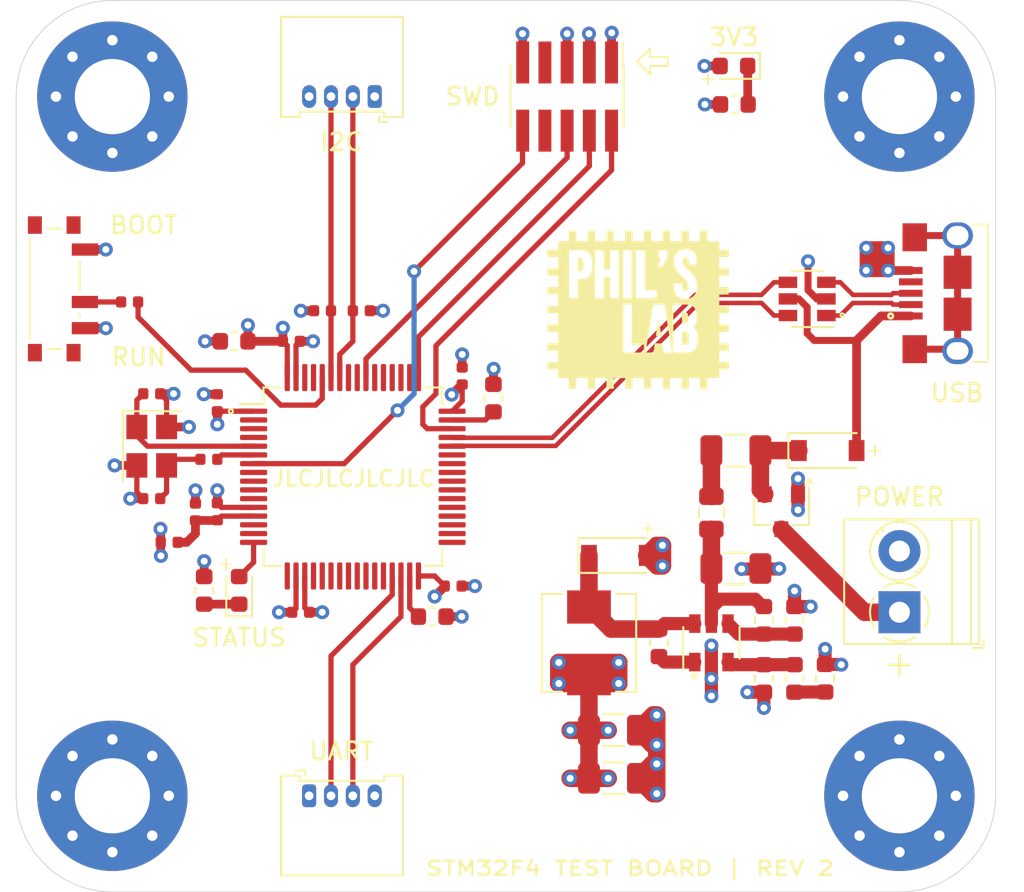
<source format=kicad_pcb>
(kicad_pcb (version 20171130) (host pcbnew "(5.1.6)-1")
  (layers (0 F.Cu signal) (1 In1.Cu power) (2 In2.Cu power) (31 B.Cu signal) (34 B.Paste user) (35 F.Paste user) (36 B.SilkS user) (37 F.SilkS user) (38 B.Mask user) (39 F.Mask user) (44 Edge.Cuts user))
  (net 0 "")
  (net 1 BUCK_IN)
  (net 2 GND)
  (net 3 +3V3)
  (net 4 BUCK_SW)
  (net 5 BUCK_BST)
  (net 6 +3.3VA)
  (net 7 "Net-(C13-Pad1)")
  (net 8 "Net-(C14-Pad1)")
  (net 9 HSE_IN)
  (net 10 "Net-(C16-Pad1)")
  (net 11 +5V)
  (net 12 "Net-(D1-Pad1)")
  (net 13 "Net-(D3-Pad1)")
  (net 14 "Net-(D4-Pad1)")
  (net 15 LED_STATUS)
  (net 16 "Net-(F1-Pad1)")
  (net 17 +12V)
  (net 18 SWDIO)
  (net 19 SWCLK)
  (net 20 SWO)
  (net 21 "Net-(J2-Pad7)")
  (net 22 "Net-(J2-Pad8)")
  (net 23 NRST)
  (net 24 I2C1_SDA)
  (net 25 I2C1_SCL)
  (net 26 USART3_TX)
  (net 27 USART3_RX)
  (net 28 USB_CONN_D-)
  (net 29 USB_CONN_D+)
  (net 30 "Net-(J5-Pad4)")
  (net 31 "Net-(J5-Pad6)")
  (net 32 BUCK_EN)
  (net 33 BUCK_FB)
  (net 34 "Net-(R4-Pad2)")
  (net 35 BOOT0)
  (net 36 "Net-(R7-Pad1)")
  (net 37 HSE_OUT)
  (net 38 "Net-(U2-Pad2)")
  (net 39 "Net-(U2-Pad3)")
  (net 40 "Net-(U2-Pad4)")
  (net 41 "Net-(U2-Pad8)")
  (net 42 "Net-(U2-Pad9)")
  (net 43 "Net-(U2-Pad10)")
  (net 44 "Net-(U2-Pad11)")
  (net 45 "Net-(U2-Pad14)")
  (net 46 "Net-(U2-Pad15)")
  (net 47 "Net-(U2-Pad17)")
  (net 48 "Net-(U2-Pad20)")
  (net 49 "Net-(U2-Pad21)")
  (net 50 "Net-(U2-Pad22)")
  (net 51 "Net-(U2-Pad23)")
  (net 52 "Net-(U2-Pad24)")
  (net 53 "Net-(U2-Pad25)")
  (net 54 "Net-(U2-Pad26)")
  (net 55 "Net-(U2-Pad27)")
  (net 56 "Net-(U2-Pad28)")
  (net 57 "Net-(U2-Pad33)")
  (net 58 "Net-(U2-Pad34)")
  (net 59 "Net-(U2-Pad35)")
  (net 60 "Net-(U2-Pad36)")
  (net 61 "Net-(U2-Pad37)")
  (net 62 "Net-(U2-Pad38)")
  (net 63 "Net-(U2-Pad39)")
  (net 64 "Net-(U2-Pad40)")
  (net 65 "Net-(U2-Pad41)")
  (net 66 "Net-(U2-Pad42)")
  (net 67 "Net-(U2-Pad43)")
  (net 68 USB_D-)
  (net 69 USB_D+)
  (net 70 "Net-(U2-Pad50)")
  (net 71 "Net-(U2-Pad51)")
  (net 72 "Net-(U2-Pad52)")
  (net 73 "Net-(U2-Pad53)")
  (net 74 "Net-(U2-Pad54)")
  (net 75 "Net-(U2-Pad56)")
  (net 76 "Net-(U2-Pad57)")
  (net 77 "Net-(U2-Pad61)")
  (net 78 "Net-(U2-Pad62)")
  (module SchmillipKiCADLibrary:JLCPCB_MountingHole_1.152mm (layer F.Cu) (at 75.25 81)
    (fp_text reference REF**)
    (fp_text value MountingHole_1.152mm)
    (pad "" np_thru_hole circle (at 0 0) (size 1.152 1.152) (drill 1.152) (layers *.Cu *.Mask))
  )
  (module SchmillipKiCADLibrary:JLCPCB_MountingHole_1.152mm (layer F.Cu) (at 75.25 41)
    (fp_text reference REF**)
    (fp_text value MountingHole_1.152mm)
    (pad "" np_thru_hole circle (at 0 0) (size 1.152 1.152) (drill 1.152) (layers *.Cu *.Mask))
  )
  (module SchmillipKiCADLibrary:JLCPCB_MountingHole_1.152mm (layer F.Cu) (at 42.5 41)
    (fp_text reference REF**)
    (fp_text value MountingHole_1.152mm)
    (pad "" np_thru_hole circle (at 0 0) (size 1.152 1.152) (drill 1.152) (layers *.Cu *.Mask))
  )
  (module SchmillipKiCADLibrary:Silk_PhilsLabIC (layer F.Cu) (at 66.4 53.15)
    (fp_text reference G*** hide)
    (fp_text value LOGO hide)
  )
  (module Button_Switch_SMD:SW_SPDT_PCM12 (layer F.Cu) (at 33.25 52 270)
    (fp_text reference SW1)
    (fp_text value SW_SPDT)
    (pad "" np_thru_hole circle (at -1.5 0.33 270) (size 0.9 0.9) (drill 0.9) (layers *.Cu *.Mask))
    (pad "" np_thru_hole circle (at 1.5 0.33 270) (size 0.9 0.9) (drill 0.9) (layers *.Cu *.Mask))
    (pad 1 smd rect (at -2.25 -1.43 270) (size 0.7 1.5) (layers F.Cu F.Paste F.Mask) (net 3 +3V3))
    (pad 2 smd rect (at 0.75 -1.43 270) (size 0.7 1.5) (layers F.Cu F.Paste F.Mask) (net 36 "Net-(R7-Pad1)"))
    (pad 3 smd rect (at 2.25 -1.43 270) (size 0.7 1.5) (layers F.Cu F.Paste F.Mask) (net 2 GND))
    (pad "" smd rect (at -3.65 1.43 270) (size 1 0.8) (layers F.Cu F.Paste F.Mask))
    (pad "" smd rect (at 3.65 1.43 270) (size 1 0.8) (layers F.Cu F.Paste F.Mask))
    (pad "" smd rect (at 3.65 -0.78 270) (size 1 0.8) (layers F.Cu F.Paste F.Mask))
    (pad "" smd rect (at -3.65 -0.78 270) (size 1 0.8) (layers F.Cu F.Paste F.Mask))
  )
  (module Connector_PinHeader_1.27mm:PinHeader_2x05_P1.27mm_Vertical_SMD (layer F.Cu) (at 62.25 41 270)
    (fp_text reference J2)
    (fp_text value SWD)
    (pad 10 smd rect (at 1.95 2.54 270) (size 2.4 0.74) (layers F.Cu F.Paste F.Mask) (net 23 NRST))
    (pad 9 smd rect (at -1.95 2.54 270) (size 2.4 0.74) (layers F.Cu F.Paste F.Mask) (net 2 GND))
    (pad 8 smd rect (at 1.95 1.27 270) (size 2.4 0.74) (layers F.Cu F.Paste F.Mask) (net 22 "Net-(J2-Pad8)"))
    (pad 7 smd rect (at -1.95 1.27 270) (size 2.4 0.74) (layers F.Cu F.Paste F.Mask) (net 21 "Net-(J2-Pad7)"))
    (pad 6 smd rect (at 1.95 0 270) (size 2.4 0.74) (layers F.Cu F.Paste F.Mask) (net 20 SWO))
    (pad 5 smd rect (at -1.95 0 270) (size 2.4 0.74) (layers F.Cu F.Paste F.Mask) (net 2 GND))
    (pad 4 smd rect (at 1.95 -1.27 270) (size 2.4 0.74) (layers F.Cu F.Paste F.Mask) (net 19 SWCLK))
    (pad 3 smd rect (at -1.95 -1.27 270) (size 2.4 0.74) (layers F.Cu F.Paste F.Mask) (net 2 GND))
    (pad 2 smd rect (at 1.95 -2.54 270) (size 2.4 0.74) (layers F.Cu F.Paste F.Mask) (net 18 SWDIO))
    (pad 1 smd rect (at -1.95 -2.54 270) (size 2.4 0.74) (layers F.Cu F.Paste F.Mask) (net 3 +3V3))
  )
  (module Capacitor_SMD:C_1206_3216Metric (layer F.Cu) (at 71.9 68)
    (fp_text reference C1)
    (fp_text value 10u)
    (pad 1 smd roundrect (at -1.4 0) (size 1.25 1.75) (layers F.Cu F.Paste F.Mask) (roundrect_rratio 0.2) (net 1 BUCK_IN))
    (pad 2 smd roundrect (at 1.4 0) (size 1.25 1.75) (layers F.Cu F.Paste F.Mask) (roundrect_rratio 0.2) (net 2 GND))
  )
  (module Capacitor_SMD:C_1206_3216Metric (layer F.Cu) (at 64.9 77.25)
    (fp_text reference C2)
    (fp_text value 10u)
    (pad 1 smd roundrect (at -1.4 0) (size 1.25 1.75) (layers F.Cu F.Paste F.Mask) (roundrect_rratio 0.2) (net 3 +3V3))
    (pad 2 smd roundrect (at 1.4 0) (size 1.25 1.75) (layers F.Cu F.Paste F.Mask) (roundrect_rratio 0.2) (net 2 GND))
  )
  (module Capacitor_SMD:C_1206_3216Metric (layer F.Cu) (at 64.9 80)
    (fp_text reference C3)
    (fp_text value 10u)
    (pad 2 smd roundrect (at 1.4 0) (size 1.25 1.75) (layers F.Cu F.Paste F.Mask) (roundrect_rratio 0.2) (net 2 GND))
    (pad 1 smd roundrect (at -1.4 0) (size 1.25 1.75) (layers F.Cu F.Paste F.Mask) (roundrect_rratio 0.2) (net 3 +3V3))
  )
  (module Capacitor_SMD:C_0603_1608Metric (layer F.Cu) (at 67.5 72.25 270)
    (fp_text reference C4)
    (fp_text value 10n)
    (pad 1 smd roundrect (at -0.7875 0 270) (size 0.875 0.95) (layers F.Cu F.Paste F.Mask) (net 4 BUCK_SW))
    (pad 2 smd roundrect (at 0.7875 0 270) (size 0.875 0.95) (layers F.Cu F.Paste F.Mask) (net 5 BUCK_BST))
  )
  (module Capacitor_SMD:C_0603_1608Metric (layer F.Cu) (at 43.2125 55 180)
    (fp_text reference C5)
    (fp_text value 4u7)
    (pad 2 smd roundrect (at 0.7875 0 180) (size 0.875 0.95) (layers F.Cu F.Paste F.Mask) (net 2 GND))
    (pad 1 smd roundrect (at -0.7875 0 180) (size 0.875 0.95) (layers F.Cu F.Paste F.Mask) (net 3 +3V3))
  )
  (module Capacitor_SMD:C_0402_1005Metric (layer F.Cu) (at 42.25 58.515 90)
    (fp_text reference C6)
    (fp_text value 100n)
    (pad 2 smd roundrect (at 0.485 0 90) (size 0.59 0.64) (layers F.Cu F.Paste F.Mask) (net 2 GND))
    (pad 1 smd roundrect (at -0.485 0 90) (size 0.59 0.64) (layers F.Cu F.Paste F.Mask) (net 3 +3V3))
  )
  (module Capacitor_SMD:C_0402_1005Metric (layer F.Cu) (at 47.015 70.5 180)
    (fp_text reference C7)
    (fp_text value 100n)
    (pad 1 smd roundrect (at -0.485 0 180) (size 0.59 0.64) (layers F.Cu F.Paste F.Mask) (net 3 +3V3))
    (pad 2 smd roundrect (at 0.485 0 180) (size 0.59 0.64) (layers F.Cu F.Paste F.Mask) (net 2 GND))
  )
  (module Capacitor_SMD:C_0402_1005Metric (layer F.Cu) (at 55.735 69)
    (fp_text reference C8)
    (fp_text value 100n)
    (pad 2 smd roundrect (at 0.485 0) (size 0.59 0.64) (layers F.Cu F.Paste F.Mask) (net 2 GND))
    (pad 1 smd roundrect (at -0.485 0) (size 0.59 0.64) (layers F.Cu F.Paste F.Mask) (net 3 +3V3))
  )
  (module Capacitor_SMD:C_0402_1005Metric (layer F.Cu) (at 56.25 56.985 90)
    (fp_text reference C9)
    (fp_text value 100n)
    (pad 1 smd roundrect (at -0.485 0 90) (size 0.59 0.64) (layers F.Cu F.Paste F.Mask) (net 3 +3V3))
    (pad 2 smd roundrect (at 0.485 0 90) (size 0.59 0.64) (layers F.Cu F.Paste F.Mask) (net 2 GND))
  )
  (module Capacitor_SMD:C_0402_1005Metric (layer F.Cu) (at 46.485 55)
    (fp_text reference C10)
    (fp_text value 100n)
    (pad 2 smd roundrect (at 0.485 0) (size 0.59 0.64) (layers F.Cu F.Paste F.Mask) (net 2 GND))
    (pad 1 smd roundrect (at -0.485 0) (size 0.59 0.64) (layers F.Cu F.Paste F.Mask) (net 3 +3V3))
  )
  (module Capacitor_SMD:C_0402_1005Metric (layer F.Cu) (at 41 64.765 90)
    (fp_text reference C11)
    (fp_text value 1u)
    (pad 1 smd roundrect (at -0.485 0 90) (size 0.59 0.64) (layers F.Cu F.Paste F.Mask) (net 6 +3.3VA))
    (pad 2 smd roundrect (at 0.485 0 90) (size 0.59 0.64) (layers F.Cu F.Paste F.Mask) (net 2 GND))
  )
  (module Capacitor_SMD:C_0402_1005Metric (layer F.Cu) (at 42.25 64.75 90)
    (fp_text reference C12)
    (fp_text value 10n)
    (pad 1 smd roundrect (at -0.485 0 90) (size 0.59 0.64) (layers F.Cu F.Paste F.Mask) (net 6 +3.3VA))
    (pad 2 smd roundrect (at 0.485 0 90) (size 0.59 0.64) (layers F.Cu F.Paste F.Mask) (net 2 GND))
  )
  (module Capacitor_SMD:C_0603_1608Metric (layer F.Cu) (at 54.5375 70.75)
    (fp_text reference C13)
    (fp_text value 2u2)
    (pad 1 smd roundrect (at -0.7875 0) (size 0.875 0.95) (layers F.Cu F.Paste F.Mask) (net 7 "Net-(C13-Pad1)"))
    (pad 2 smd roundrect (at 0.7875 0) (size 0.875 0.95) (layers F.Cu F.Paste F.Mask) (net 2 GND))
  )
  (module Capacitor_SMD:C_0603_1608Metric (layer F.Cu) (at 58.0375 58.25 90)
    (fp_text reference C14)
    (fp_text value 2u2)
    (pad 2 smd roundrect (at 0.7875 0 90) (size 0.875 0.95) (layers F.Cu F.Paste F.Mask) (net 2 GND))
    (pad 1 smd roundrect (at -0.7875 0 90) (size 0.875 0.95) (layers F.Cu F.Paste F.Mask) (net 8 "Net-(C14-Pad1)"))
  )
  (module Capacitor_SMD:C_0402_1005Metric (layer F.Cu) (at 38.5 58)
    (fp_text reference C15)
    (fp_text value 12p)
    (pad 2 smd roundrect (at 0.485 0) (size 0.59 0.64) (layers F.Cu F.Paste F.Mask) (net 2 GND))
    (pad 1 smd roundrect (at -0.485 0) (size 0.59 0.64) (layers F.Cu F.Paste F.Mask) (net 9 HSE_IN))
  )
  (module Capacitor_SMD:C_0402_1005Metric (layer F.Cu) (at 38.5 64 180)
    (fp_text reference C16)
    (fp_text value 12p)
    (pad 1 smd roundrect (at -0.485 0 180) (size 0.59 0.64) (layers F.Cu F.Paste F.Mask) (net 10 "Net-(C16-Pad1)"))
    (pad 2 smd roundrect (at 0.485 0 180) (size 0.59 0.64) (layers F.Cu F.Paste F.Mask) (net 2 GND))
  )
  (module Diode_SMD:D_SOD-123 (layer F.Cu) (at 77.15 61.25)
    (fp_text reference D1)
    (fp_text value B5819W)
    (pad 2 smd rect (at 1.65 0) (size 0.9 1.2) (layers F.Cu F.Paste F.Mask) (net 11 +5V))
    (pad 1 smd rect (at -1.65 0) (size 0.9 1.2) (layers F.Cu F.Paste F.Mask) (net 12 "Net-(D1-Pad1)"))
  )
  (module Diode_SMD:D_SOD-123 (layer F.Cu) (at 65.15 67.25)
    (fp_text reference D2)
    (fp_text value B5819W)
    (pad 1 smd rect (at -1.65 0) (size 0.9 1.2) (layers F.Cu F.Paste F.Mask) (net 4 BUCK_SW))
    (pad 2 smd rect (at 1.65 0) (size 0.9 1.2) (layers F.Cu F.Paste F.Mask) (net 2 GND))
  )
  (module LED_SMD:LED_0603_1608Metric (layer F.Cu) (at 71.7875 39.25 180)
    (fp_text reference D3)
    (fp_text value RED)
    (pad 2 smd roundrect (at 0.7875 0 180) (size 0.875 0.95) (layers F.Cu F.Paste F.Mask) (net 3 +3V3))
    (pad 1 smd roundrect (at -0.7875 0 180) (size 0.875 0.95) (layers F.Cu F.Paste F.Mask) (net 13 "Net-(D3-Pad1)"))
  )
  (module LED_SMD:LED_0603_1608Metric (layer F.Cu) (at 43.5 69.25 90)
    (fp_text reference D4)
    (fp_text value BLUE)
    (pad 1 smd roundrect (at -0.7875 0 90) (size 0.875 0.95) (layers F.Cu F.Paste F.Mask) (net 14 "Net-(D4-Pad1)"))
    (pad 2 smd roundrect (at 0.7875 0 90) (size 0.875 0.95) (layers F.Cu F.Paste F.Mask) (net 15 LED_STATUS))
  )
  (module Fuse:Fuse_1206_3216Metric (layer F.Cu) (at 71.9 61.25)
    (fp_text reference F1)
    (fp_text value 250mA)
    (pad 1 smd roundrect (at -1.4 0) (size 1.25 1.75) (layers F.Cu F.Paste F.Mask) (roundrect_rratio 0.2) (net 16 "Net-(F1-Pad1)"))
    (pad 2 smd roundrect (at 1.4 0) (size 1.25 1.75) (layers F.Cu F.Paste F.Mask) (roundrect_rratio 0.2) (net 12 "Net-(D1-Pad1)"))
  )
  (module Inductor_SMD:L_0805_2012Metric (layer F.Cu) (at 70.5 64.8125 90)
    (fp_text reference FB1)
    (fp_text value "600 @ 600MHz")
    (pad 1 smd roundrect (at -0.9375 0 90) (size 0.975 1.4) (layers F.Cu F.Paste F.Mask) (net 1 BUCK_IN))
    (pad 2 smd roundrect (at 0.9375 0 90) (size 0.975 1.4) (layers F.Cu F.Paste F.Mask) (net 16 "Net-(F1-Pad1)"))
  )
  (module MountingHole:MountingHole_4.3mm_M4_Pad_Via (layer F.Cu) (at 81.25 41)
    (fp_text reference H1)
    (fp_text value MountingHole_Pad)
    (pad 1 thru_hole circle (at 0 0) (size 8.6 8.6) (drill 4.3) (layers *.Cu *.Mask) (net 2 GND))
    (pad 1 thru_hole circle (at 3.225 0) (size 0.9 0.9) (drill 0.6) (layers *.Cu *.Mask) (net 2 GND))
    (pad 1 thru_hole circle (at 2.280419 2.280419) (size 0.9 0.9) (drill 0.6) (layers *.Cu *.Mask) (net 2 GND))
    (pad 1 thru_hole circle (at 0 3.225) (size 0.9 0.9) (drill 0.6) (layers *.Cu *.Mask) (net 2 GND))
    (pad 1 thru_hole circle (at -2.280419 2.280419) (size 0.9 0.9) (drill 0.6) (layers *.Cu *.Mask) (net 2 GND))
    (pad 1 thru_hole circle (at -3.225 0) (size 0.9 0.9) (drill 0.6) (layers *.Cu *.Mask) (net 2 GND))
    (pad 1 thru_hole circle (at -2.280419 -2.280419) (size 0.9 0.9) (drill 0.6) (layers *.Cu *.Mask) (net 2 GND))
    (pad 1 thru_hole circle (at 0 -3.225) (size 0.9 0.9) (drill 0.6) (layers *.Cu *.Mask) (net 2 GND))
    (pad 1 thru_hole circle (at 2.280419 -2.280419) (size 0.9 0.9) (drill 0.6) (layers *.Cu *.Mask) (net 2 GND))
  )
  (module MountingHole:MountingHole_4.3mm_M4_Pad_Via (layer F.Cu) (at 81.25 81)
    (fp_text reference H2)
    (fp_text value MountingHole_Pad)
    (pad 1 thru_hole circle (at 2.280419 -2.280419) (size 0.9 0.9) (drill 0.6) (layers *.Cu *.Mask) (net 2 GND))
    (pad 1 thru_hole circle (at 0 -3.225) (size 0.9 0.9) (drill 0.6) (layers *.Cu *.Mask) (net 2 GND))
    (pad 1 thru_hole circle (at -2.280419 -2.280419) (size 0.9 0.9) (drill 0.6) (layers *.Cu *.Mask) (net 2 GND))
    (pad 1 thru_hole circle (at -3.225 0) (size 0.9 0.9) (drill 0.6) (layers *.Cu *.Mask) (net 2 GND))
    (pad 1 thru_hole circle (at -2.280419 2.280419) (size 0.9 0.9) (drill 0.6) (layers *.Cu *.Mask) (net 2 GND))
    (pad 1 thru_hole circle (at 0 3.225) (size 0.9 0.9) (drill 0.6) (layers *.Cu *.Mask) (net 2 GND))
    (pad 1 thru_hole circle (at 2.280419 2.280419) (size 0.9 0.9) (drill 0.6) (layers *.Cu *.Mask) (net 2 GND))
    (pad 1 thru_hole circle (at 3.225 0) (size 0.9 0.9) (drill 0.6) (layers *.Cu *.Mask) (net 2 GND))
    (pad 1 thru_hole circle (at 0 0) (size 8.6 8.6) (drill 4.3) (layers *.Cu *.Mask) (net 2 GND))
  )
  (module MountingHole:MountingHole_4.3mm_M4_Pad_Via (layer F.Cu) (at 36.25 81)
    (fp_text reference H3)
    (fp_text value MountingHole_Pad)
    (pad 1 thru_hole circle (at 0 0) (size 8.6 8.6) (drill 4.3) (layers *.Cu *.Mask) (net 2 GND))
    (pad 1 thru_hole circle (at 3.225 0) (size 0.9 0.9) (drill 0.6) (layers *.Cu *.Mask) (net 2 GND))
    (pad 1 thru_hole circle (at 2.280419 2.280419) (size 0.9 0.9) (drill 0.6) (layers *.Cu *.Mask) (net 2 GND))
    (pad 1 thru_hole circle (at 0 3.225) (size 0.9 0.9) (drill 0.6) (layers *.Cu *.Mask) (net 2 GND))
    (pad 1 thru_hole circle (at -2.280419 2.280419) (size 0.9 0.9) (drill 0.6) (layers *.Cu *.Mask) (net 2 GND))
    (pad 1 thru_hole circle (at -3.225 0) (size 0.9 0.9) (drill 0.6) (layers *.Cu *.Mask) (net 2 GND))
    (pad 1 thru_hole circle (at -2.280419 -2.280419) (size 0.9 0.9) (drill 0.6) (layers *.Cu *.Mask) (net 2 GND))
    (pad 1 thru_hole circle (at 0 -3.225) (size 0.9 0.9) (drill 0.6) (layers *.Cu *.Mask) (net 2 GND))
    (pad 1 thru_hole circle (at 2.280419 -2.280419) (size 0.9 0.9) (drill 0.6) (layers *.Cu *.Mask) (net 2 GND))
  )
  (module MountingHole:MountingHole_4.3mm_M4_Pad_Via (layer F.Cu) (at 36.25 41)
    (fp_text reference H4)
    (fp_text value MountingHole_Pad)
    (pad 1 thru_hole circle (at 2.280419 -2.280419) (size 0.9 0.9) (drill 0.6) (layers *.Cu *.Mask) (net 2 GND))
    (pad 1 thru_hole circle (at 0 -3.225) (size 0.9 0.9) (drill 0.6) (layers *.Cu *.Mask) (net 2 GND))
    (pad 1 thru_hole circle (at -2.280419 -2.280419) (size 0.9 0.9) (drill 0.6) (layers *.Cu *.Mask) (net 2 GND))
    (pad 1 thru_hole circle (at -3.225 0) (size 0.9 0.9) (drill 0.6) (layers *.Cu *.Mask) (net 2 GND))
    (pad 1 thru_hole circle (at -2.280419 2.280419) (size 0.9 0.9) (drill 0.6) (layers *.Cu *.Mask) (net 2 GND))
    (pad 1 thru_hole circle (at 0 3.225) (size 0.9 0.9) (drill 0.6) (layers *.Cu *.Mask) (net 2 GND))
    (pad 1 thru_hole circle (at 2.280419 2.280419) (size 0.9 0.9) (drill 0.6) (layers *.Cu *.Mask) (net 2 GND))
    (pad 1 thru_hole circle (at 3.225 0) (size 0.9 0.9) (drill 0.6) (layers *.Cu *.Mask) (net 2 GND))
    (pad 1 thru_hole circle (at 0 0) (size 8.6 8.6) (drill 4.3) (layers *.Cu *.Mask) (net 2 GND))
  )
  (module TerminalBlock_Phoenix:TerminalBlock_Phoenix_PT-1,5-2-3.5-H_1x02_P3.50mm_Horizontal (layer F.Cu) (at 81.25 70.5 90)
    (fp_text reference J1)
    (fp_text value Screw_Terminal_01x02)
    (pad 1 thru_hole rect (at 0 0 90) (size 2.4 2.4) (drill 1.2) (layers *.Cu *.Mask) (net 17 +12V))
    (pad 2 thru_hole circle (at 3.5 0 90) (size 2.4 2.4) (drill 1.2) (layers *.Cu *.Mask) (net 2 GND))
  )
  (module Connector_Molex:Molex_PicoBlade_53048-0410_1x04_P1.25mm_Horizontal (layer F.Cu) (at 51.25 41 180)
    (fp_text reference J3)
    (fp_text value Conn_01x04)
    (pad 4 thru_hole oval (at 3.75 0 180) (size 0.8 1.3) (drill 0.5) (layers *.Cu *.Mask) (net 2 GND))
    (pad 3 thru_hole oval (at 2.5 0 180) (size 0.8 1.3) (drill 0.5) (layers *.Cu *.Mask) (net 24 I2C1_SDA))
    (pad 2 thru_hole oval (at 1.25 0 180) (size 0.8 1.3) (drill 0.5) (layers *.Cu *.Mask) (net 25 I2C1_SCL))
    (pad 1 thru_hole roundrect (at 0 0 180) (size 0.8 1.3) (drill 0.5) (layers *.Cu *.Mask) (net 3 +3V3))
  )
  (module Connector_Molex:Molex_PicoBlade_53048-0410_1x04_P1.25mm_Horizontal (layer F.Cu) (at 47.5 81)
    (fp_text reference J4)
    (fp_text value Conn_01x04)
    (pad 1 thru_hole roundrect (at 0 0) (size 0.8 1.3) (drill 0.5) (layers *.Cu *.Mask) (net 3 +3V3))
    (pad 2 thru_hole oval (at 1.25 0) (size 0.8 1.3) (drill 0.5) (layers *.Cu *.Mask) (net 26 USART3_TX))
    (pad 3 thru_hole oval (at 2.5 0) (size 0.8 1.3) (drill 0.5) (layers *.Cu *.Mask) (net 27 USART3_RX))
    (pad 4 thru_hole oval (at 3.75 0) (size 0.8 1.3) (drill 0.5) (layers *.Cu *.Mask) (net 2 GND))
  )
  (module SchmillipKiCADLibrary:USB_MICRO_B_101181930001LF (layer F.Cu) (at 84.5 52.25 90)
    (fp_text reference J5)
    (fp_text value USB_B_Micro hide)
    (pad 1 smd rect (at -1.3 -2.6 90) (size 0.4 1.35) (layers F.Cu F.Paste F.Mask) (net 11 +5V))
    (pad 2 smd rect (at -0.65 -2.6 90) (size 0.4 1.35) (layers F.Cu F.Paste F.Mask) (net 28 USB_CONN_D-))
    (pad 3 smd rect (at 0 -2.6 90) (size 0.4 1.35) (layers F.Cu F.Paste F.Mask) (net 29 USB_CONN_D+))
    (pad 4 smd rect (at 0.65 -2.6 90) (size 0.4 1.35) (layers F.Cu F.Paste F.Mask) (net 30 "Net-(J5-Pad4)"))
    (pad 5 smd rect (at 1.3 -2.6 90) (size 0.4 1.35) (layers F.Cu F.Paste F.Mask) (net 2 GND))
    (pad 6 thru_hole oval (at -3.3 0.075 180) (size 1.75 1.5) (drill oval 1.25 1) (layers *.Cu *.Mask) (net 31 "Net-(J5-Pad6)"))
    (pad 6 thru_hole oval (at 3.3 0.075 180) (size 1.75 1.5) (drill oval 1.25 1.1) (layers *.Cu *.Mask) (net 31 "Net-(J5-Pad6)"))
    (pad 6 smd rect (at -3.2 -2.375 180) (size 1.4 1.6) (layers F.Cu F.Paste F.Mask) (net 31 "Net-(J5-Pad6)"))
    (pad 6 smd rect (at -1.2 0.075 180) (size 1.6 1.9) (layers F.Cu F.Paste F.Mask) (net 31 "Net-(J5-Pad6)"))
    (pad 6 smd rect (at 1.2 0.075 180) (size 1.6 1.9) (layers F.Cu F.Paste F.Mask) (net 31 "Net-(J5-Pad6)"))
    (pad 6 smd rect (at 3.2 -2.375 180) (size 1.4 1.6) (layers F.Cu F.Paste F.Mask) (net 31 "Net-(J5-Pad6)"))
  )
  (module Inductor_SMD:L_Sunlord_MWSA0518_5.4x5.2mm (layer F.Cu) (at 63.5 72.25 270)
    (fp_text reference L1)
    (fp_text value 10u)
    (pad 1 smd rect (at -2.05 0 270) (size 1.9 2.5) (layers F.Cu F.Paste F.Mask) (net 4 BUCK_SW))
    (pad 2 smd rect (at 2.05 0 270) (size 1.9 2.5) (layers F.Cu F.Paste F.Mask) (net 3 +3V3))
  )
  (module Inductor_SMD:L_0402_1005Metric (layer F.Cu) (at 39.5 66.5)
    (fp_text reference L2)
    (fp_text value 39n)
    (pad 1 smd roundrect (at -0.485 0) (size 0.59 0.64) (layers F.Cu F.Paste F.Mask) (net 3 +3V3))
    (pad 2 smd roundrect (at 0.485 0) (size 0.59 0.64) (layers F.Cu F.Paste F.Mask) (net 6 +3.3VA))
  )
  (module Package_TO_SOT_SMD:SOT-23 (layer F.Cu) (at 74.5 64.75 270)
    (fp_text reference Q1)
    (fp_text value AO3401A)
    (pad 1 smd rect (at -1 -0.95 270) (size 0.9 0.8) (layers F.Cu F.Paste F.Mask) (net 2 GND))
    (pad 2 smd rect (at -1 0.95 270) (size 0.9 0.8) (layers F.Cu F.Paste F.Mask) (net 12 "Net-(D1-Pad1)"))
    (pad 3 smd rect (at 1 0 270) (size 0.9 0.8) (layers F.Cu F.Paste F.Mask) (net 17 +12V))
  )
  (module Resistor_SMD:R_0603_1608Metric (layer F.Cu) (at 73.5 70.9625 270)
    (fp_text reference R1)
    (fp_text value 100k)
    (pad 2 smd roundrect (at 0.7875 0 270) (size 0.875 0.95) (layers F.Cu F.Paste F.Mask) (net 32 BUCK_EN))
    (pad 1 smd roundrect (at -0.7875 0 270) (size 0.875 0.95) (layers F.Cu F.Paste F.Mask) (net 1 BUCK_IN))
  )
  (module Resistor_SMD:R_0603_1608Metric (layer F.Cu) (at 75.25 70.9625 90)
    (fp_text reference R2)
    (fp_text value 68k)
    (pad 1 smd roundrect (at -0.7875 0 90) (size 0.875 0.95) (layers F.Cu F.Paste F.Mask) (net 32 BUCK_EN))
    (pad 2 smd roundrect (at 0.7875 0 90) (size 0.875 0.95) (layers F.Cu F.Paste F.Mask) (net 2 GND))
  )
  (module Resistor_SMD:R_0603_1608Metric (layer F.Cu) (at 73.5 74.2875 90)
    (fp_text reference R3)
    (fp_text value 47k)
    (pad 1 smd roundrect (at -0.7875 0 90) (size 0.875 0.95) (layers F.Cu F.Paste F.Mask) (net 3 +3V3))
    (pad 2 smd roundrect (at 0.7875 0 90) (size 0.875 0.95) (layers F.Cu F.Paste F.Mask) (net 33 BUCK_FB))
  )
  (module Resistor_SMD:R_0603_1608Metric (layer F.Cu) (at 75.25 74.2875 270)
    (fp_text reference R4)
    (fp_text value 15k)
    (pad 1 smd roundrect (at -0.7875 0 270) (size 0.875 0.95) (layers F.Cu F.Paste F.Mask) (net 33 BUCK_FB))
    (pad 2 smd roundrect (at 0.7875 0 270) (size 0.875 0.95) (layers F.Cu F.Paste F.Mask) (net 34 "Net-(R4-Pad2)"))
  )
  (module Resistor_SMD:R_0603_1608Metric (layer F.Cu) (at 77 74.275 90)
    (fp_text reference R5)
    (fp_text value 270)
    (pad 2 smd roundrect (at 0.7875 0 90) (size 0.875 0.95) (layers F.Cu F.Paste F.Mask) (net 2 GND))
    (pad 1 smd roundrect (at -0.7875 0 90) (size 0.875 0.95) (layers F.Cu F.Paste F.Mask) (net 34 "Net-(R4-Pad2)"))
  )
  (module Resistor_SMD:R_0603_1608Metric (layer F.Cu) (at 71.8125 41.45)
    (fp_text reference R6)
    (fp_text value 1k)
    (pad 2 smd roundrect (at 0.7875 0) (size 0.875 0.95) (layers F.Cu F.Paste F.Mask) (net 13 "Net-(D3-Pad1)"))
    (pad 1 smd roundrect (at -0.7875 0) (size 0.875 0.95) (layers F.Cu F.Paste F.Mask) (net 2 GND))
  )
  (module Resistor_SMD:R_0402_1005Metric (layer F.Cu) (at 37.235 52.75)
    (fp_text reference R7)
    (fp_text value 10k)
    (pad 2 smd roundrect (at 0.485 0) (size 0.59 0.64) (layers F.Cu F.Paste F.Mask) (net 35 BOOT0))
    (pad 1 smd roundrect (at -0.485 0) (size 0.59 0.64) (layers F.Cu F.Paste F.Mask) (net 36 "Net-(R7-Pad1)"))
  )
  (module Resistor_SMD:R_0402_1005Metric (layer F.Cu) (at 41.765 61.75 180)
    (fp_text reference R8)
    (fp_text value 47)
    (pad 1 smd roundrect (at -0.485 0 180) (size 0.59 0.64) (layers F.Cu F.Paste F.Mask) (net 37 HSE_OUT))
    (pad 2 smd roundrect (at 0.485 0 180) (size 0.59 0.64) (layers F.Cu F.Paste F.Mask) (net 10 "Net-(C16-Pad1)"))
  )
  (module Resistor_SMD:R_0603_1608Metric (layer F.Cu) (at 41.5 69.25 270)
    (fp_text reference R9)
    (fp_text value 1k5)
    (pad 1 smd roundrect (at -0.7875 0 270) (size 0.875 0.95) (layers F.Cu F.Paste F.Mask) (net 2 GND))
    (pad 2 smd roundrect (at 0.7875 0 270) (size 0.875 0.95) (layers F.Cu F.Paste F.Mask) (net 14 "Net-(D4-Pad1)"))
  )
  (module Resistor_SMD:R_0402_1005Metric (layer F.Cu) (at 50.485 53.25 180)
    (fp_text reference R10)
    (fp_text value 2k2)
    (pad 2 smd roundrect (at 0.485 0 180) (size 0.59 0.64) (layers F.Cu F.Paste F.Mask) (net 25 I2C1_SCL))
    (pad 1 smd roundrect (at -0.485 0 180) (size 0.59 0.64) (layers F.Cu F.Paste F.Mask) (net 3 +3V3))
  )
  (module Resistor_SMD:R_0402_1005Metric (layer F.Cu) (at 48.265 53.25)
    (fp_text reference R11)
    (fp_text value 2k2)
    (pad 1 smd roundrect (at -0.485 0) (size 0.59 0.64) (layers F.Cu F.Paste F.Mask) (net 3 +3V3))
    (pad 2 smd roundrect (at 0.485 0) (size 0.59 0.64) (layers F.Cu F.Paste F.Mask) (net 24 I2C1_SDA))
  )
  (module Package_TO_SOT_SMD:SOT-23-6 (layer F.Cu) (at 70.5 72.25 90)
    (fp_text reference U1)
    (fp_text value MP2359DJ-LF-Z)
    (pad 1 smd rect (at -1.1 -0.95 90) (size 1.06 0.65) (layers F.Cu F.Paste F.Mask) (net 5 BUCK_BST))
    (pad 2 smd rect (at -1.1 0 90) (size 1.06 0.65) (layers F.Cu F.Paste F.Mask) (net 2 GND))
    (pad 3 smd rect (at -1.1 0.95 90) (size 1.06 0.65) (layers F.Cu F.Paste F.Mask) (net 33 BUCK_FB))
    (pad 4 smd rect (at 1.1 0.95 90) (size 1.06 0.65) (layers F.Cu F.Paste F.Mask) (net 32 BUCK_EN))
    (pad 6 smd rect (at 1.1 -0.95 90) (size 1.06 0.65) (layers F.Cu F.Paste F.Mask) (net 4 BUCK_SW))
    (pad 5 smd rect (at 1.1 0 90) (size 1.06 0.65) (layers F.Cu F.Paste F.Mask) (net 1 BUCK_IN))
  )
  (module Package_QFP:LQFP-64_10x10mm_P0.5mm (layer F.Cu) (at 50 62.75)
    (fp_text reference U2)
    (fp_text value STM32F405RGT6)
    (pad 1 smd roundrect (at -5.675 -3.75) (size 1.55 0.3) (layers F.Cu F.Paste F.Mask) (net 3 +3V3))
    (pad 2 smd roundrect (at -5.675 -3.25) (size 1.55 0.3) (layers F.Cu F.Paste F.Mask) (net 38 "Net-(U2-Pad2)"))
    (pad 3 smd roundrect (at -5.675 -2.75) (size 1.55 0.3) (layers F.Cu F.Paste F.Mask) (net 39 "Net-(U2-Pad3)"))
    (pad 4 smd roundrect (at -5.675 -2.25) (size 1.55 0.3) (layers F.Cu F.Paste F.Mask) (net 40 "Net-(U2-Pad4)"))
    (pad 5 smd roundrect (at -5.675 -1.75) (size 1.55 0.3) (layers F.Cu F.Paste F.Mask) (net 9 HSE_IN))
    (pad 6 smd roundrect (at -5.675 -1.25) (size 1.55 0.3) (layers F.Cu F.Paste F.Mask) (net 37 HSE_OUT))
    (pad 7 smd roundrect (at -5.675 -0.75) (size 1.55 0.3) (layers F.Cu F.Paste F.Mask) (net 23 NRST))
    (pad 8 smd roundrect (at -5.675 -0.25) (size 1.55 0.3) (layers F.Cu F.Paste F.Mask) (net 41 "Net-(U2-Pad8)"))
    (pad 9 smd roundrect (at -5.675 0.25) (size 1.55 0.3) (layers F.Cu F.Paste F.Mask) (net 42 "Net-(U2-Pad9)"))
    (pad 10 smd roundrect (at -5.675 0.75) (size 1.55 0.3) (layers F.Cu F.Paste F.Mask) (net 43 "Net-(U2-Pad10)"))
    (pad 11 smd roundrect (at -5.675 1.25) (size 1.55 0.3) (layers F.Cu F.Paste F.Mask) (net 44 "Net-(U2-Pad11)"))
    (pad 12 smd roundrect (at -5.675 1.75) (size 1.55 0.3) (layers F.Cu F.Paste F.Mask) (net 2 GND))
    (pad 13 smd roundrect (at -5.675 2.25) (size 1.55 0.3) (layers F.Cu F.Paste F.Mask) (net 6 +3.3VA))
    (pad 14 smd roundrect (at -5.675 2.75) (size 1.55 0.3) (layers F.Cu F.Paste F.Mask) (net 45 "Net-(U2-Pad14)"))
    (pad 15 smd roundrect (at -5.675 3.25) (size 1.55 0.3) (layers F.Cu F.Paste F.Mask) (net 46 "Net-(U2-Pad15)"))
    (pad 16 smd roundrect (at -5.675 3.75) (size 1.55 0.3) (layers F.Cu F.Paste F.Mask) (net 15 LED_STATUS))
    (pad 17 smd roundrect (at -3.75 5.675) (size 0.3 1.55) (layers F.Cu F.Paste F.Mask) (net 47 "Net-(U2-Pad17)"))
    (pad 18 smd roundrect (at -3.25 5.675) (size 0.3 1.55) (layers F.Cu F.Paste F.Mask) (net 2 GND))
    (pad 19 smd roundrect (at -2.75 5.675) (size 0.3 1.55) (layers F.Cu F.Paste F.Mask) (net 3 +3V3))
    (pad 20 smd roundrect (at -2.25 5.675) (size 0.3 1.55) (layers F.Cu F.Paste F.Mask) (net 48 "Net-(U2-Pad20)"))
    (pad 21 smd roundrect (at -1.75 5.675) (size 0.3 1.55) (layers F.Cu F.Paste F.Mask) (net 49 "Net-(U2-Pad21)"))
    (pad 22 smd roundrect (at -1.25 5.675) (size 0.3 1.55) (layers F.Cu F.Paste F.Mask) (net 50 "Net-(U2-Pad22)"))
    (pad 23 smd roundrect (at -0.75 5.675) (size 0.3 1.55) (layers F.Cu F.Paste F.Mask) (net 51 "Net-(U2-Pad23)"))
    (pad 24 smd roundrect (at -0.25 5.675) (size 0.3 1.55) (layers F.Cu F.Paste F.Mask) (net 52 "Net-(U2-Pad24)"))
    (pad 25 smd roundrect (at 0.25 5.675) (size 0.3 1.55) (layers F.Cu F.Paste F.Mask) (net 53 "Net-(U2-Pad25)"))
    (pad 26 smd roundrect (at 0.75 5.675) (size 0.3 1.55) (layers F.Cu F.Paste F.Mask) (net 54 "Net-(U2-Pad26)"))
    (pad 27 smd roundrect (at 1.25 5.675) (size 0.3 1.55) (layers F.Cu F.Paste F.Mask) (net 55 "Net-(U2-Pad27)"))
    (pad 28 smd roundrect (at 1.75 5.675) (size 0.3 1.55) (layers F.Cu F.Paste F.Mask) (net 56 "Net-(U2-Pad28)"))
    (pad 29 smd roundrect (at 2.25 5.675) (size 0.3 1.55) (layers F.Cu F.Paste F.Mask) (net 26 USART3_TX))
    (pad 30 smd roundrect (at 2.75 5.675) (size 0.3 1.55) (layers F.Cu F.Paste F.Mask) (net 27 USART3_RX))
    (pad 31 smd roundrect (at 3.25 5.675) (size 0.3 1.55) (layers F.Cu F.Paste F.Mask) (net 7 "Net-(C13-Pad1)"))
    (pad 32 smd roundrect (at 3.75 5.675) (size 0.3 1.55) (layers F.Cu F.Paste F.Mask) (net 3 +3V3))
    (pad 33 smd roundrect (at 5.675 3.75) (size 1.55 0.3) (layers F.Cu F.Paste F.Mask) (net 57 "Net-(U2-Pad33)"))
    (pad 34 smd roundrect (at 5.675 3.25) (size 1.55 0.3) (layers F.Cu F.Paste F.Mask) (net 58 "Net-(U2-Pad34)"))
    (pad 35 smd roundrect (at 5.675 2.75) (size 1.55 0.3) (layers F.Cu F.Paste F.Mask) (net 59 "Net-(U2-Pad35)"))
    (pad 36 smd roundrect (at 5.675 2.25) (size 1.55 0.3) (layers F.Cu F.Paste F.Mask) (net 60 "Net-(U2-Pad36)"))
    (pad 37 smd roundrect (at 5.675 1.75) (size 1.55 0.3) (layers F.Cu F.Paste F.Mask) (net 61 "Net-(U2-Pad37)"))
    (pad 38 smd roundrect (at 5.675 1.25) (size 1.55 0.3) (layers F.Cu F.Paste F.Mask) (net 62 "Net-(U2-Pad38)"))
    (pad 39 smd roundrect (at 5.675 0.75) (size 1.55 0.3) (layers F.Cu F.Paste F.Mask) (net 63 "Net-(U2-Pad39)"))
    (pad 40 smd roundrect (at 5.675 0.25) (size 1.55 0.3) (layers F.Cu F.Paste F.Mask) (net 64 "Net-(U2-Pad40)"))
    (pad 41 smd roundrect (at 5.675 -0.25) (size 1.55 0.3) (layers F.Cu F.Paste F.Mask) (net 65 "Net-(U2-Pad41)"))
    (pad 42 smd roundrect (at 5.675 -0.75) (size 1.55 0.3) (layers F.Cu F.Paste F.Mask) (net 66 "Net-(U2-Pad42)"))
    (pad 43 smd roundrect (at 5.675 -1.25) (size 1.55 0.3) (layers F.Cu F.Paste F.Mask) (net 67 "Net-(U2-Pad43)"))
    (pad 44 smd roundrect (at 5.675 -1.75) (size 1.55 0.3) (layers F.Cu F.Paste F.Mask) (net 68 USB_D-))
    (pad 45 smd roundrect (at 5.675 -2.25) (size 1.55 0.3) (layers F.Cu F.Paste F.Mask) (net 69 USB_D+))
    (pad 46 smd roundrect (at 5.675 -2.75) (size 1.55 0.3) (layers F.Cu F.Paste F.Mask) (net 18 SWDIO))
    (pad 47 smd roundrect (at 5.675 -3.25) (size 1.55 0.3) (layers F.Cu F.Paste F.Mask) (net 8 "Net-(C14-Pad1)"))
    (pad 48 smd roundrect (at 5.675 -3.75) (size 1.55 0.3) (layers F.Cu F.Paste F.Mask) (net 3 +3V3))
    (pad 49 smd roundrect (at 3.75 -5.675) (size 0.3 1.55) (layers F.Cu F.Paste F.Mask) (net 19 SWCLK))
    (pad 50 smd roundrect (at 3.25 -5.675) (size 0.3 1.55) (layers F.Cu F.Paste F.Mask) (net 70 "Net-(U2-Pad50)"))
    (pad 51 smd roundrect (at 2.75 -5.675) (size 0.3 1.55) (layers F.Cu F.Paste F.Mask) (net 71 "Net-(U2-Pad51)"))
    (pad 52 smd roundrect (at 2.25 -5.675) (size 0.3 1.55) (layers F.Cu F.Paste F.Mask) (net 72 "Net-(U2-Pad52)"))
    (pad 53 smd roundrect (at 1.75 -5.675) (size 0.3 1.55) (layers F.Cu F.Paste F.Mask) (net 73 "Net-(U2-Pad53)"))
    (pad 54 smd roundrect (at 1.25 -5.675) (size 0.3 1.55) (layers F.Cu F.Paste F.Mask) (net 74 "Net-(U2-Pad54)"))
    (pad 55 smd roundrect (at 0.75 -5.675) (size 0.3 1.55) (layers F.Cu F.Paste F.Mask) (net 20 SWO))
    (pad 56 smd roundrect (at 0.25 -5.675) (size 0.3 1.55) (layers F.Cu F.Paste F.Mask) (net 75 "Net-(U2-Pad56)"))
    (pad 57 smd roundrect (at -0.25 -5.675) (size 0.3 1.55) (layers F.Cu F.Paste F.Mask) (net 76 "Net-(U2-Pad57)"))
    (pad 58 smd roundrect (at -0.75 -5.675) (size 0.3 1.55) (layers F.Cu F.Paste F.Mask) (net 25 I2C1_SCL))
    (pad 59 smd roundrect (at -1.25 -5.675) (size 0.3 1.55) (layers F.Cu F.Paste F.Mask) (net 24 I2C1_SDA))
    (pad 60 smd roundrect (at -1.75 -5.675) (size 0.3 1.55) (layers F.Cu F.Paste F.Mask) (net 35 BOOT0))
    (pad 61 smd roundrect (at -2.25 -5.675) (size 0.3 1.55) (layers F.Cu F.Paste F.Mask) (net 77 "Net-(U2-Pad61)"))
    (pad 62 smd roundrect (at -2.75 -5.675) (size 0.3 1.55) (layers F.Cu F.Paste F.Mask) (net 78 "Net-(U2-Pad62)"))
    (pad 63 smd roundrect (at -3.25 -5.675) (size 0.3 1.55) (layers F.Cu F.Paste F.Mask) (net 2 GND))
    (pad 64 smd roundrect (at -3.75 -5.675) (size 0.3 1.55) (layers F.Cu F.Paste F.Mask) (net 3 +3V3))
  )
  (module Package_TO_SOT_SMD:SOT-23-6 (layer F.Cu) (at 75.975 52.575 180)
    (fp_text reference U3)
    (fp_text value USBLC6-2SC6)
    (pad 5 smd rect (at 1.1 0 180) (size 1.06 0.65) (layers F.Cu F.Paste F.Mask) (net 11 +5V))
    (pad 6 smd rect (at 1.1 -0.95 180) (size 1.06 0.65) (layers F.Cu F.Paste F.Mask) (net 68 USB_D-))
    (pad 4 smd rect (at 1.1 0.95 180) (size 1.06 0.65) (layers F.Cu F.Paste F.Mask) (net 69 USB_D+))
    (pad 3 smd rect (at -1.1 0.95 180) (size 1.06 0.65) (layers F.Cu F.Paste F.Mask) (net 29 USB_CONN_D+))
    (pad 2 smd rect (at -1.1 0 180) (size 1.06 0.65) (layers F.Cu F.Paste F.Mask) (net 2 GND))
    (pad 1 smd rect (at -1.1 -0.95 180) (size 1.06 0.65) (layers F.Cu F.Paste F.Mask) (net 28 USB_CONN_D-))
  )
  (module Crystal:Crystal_SMD_3225-4Pin_3.2x2.5mm (layer F.Cu) (at 38.5 61 270)
    (fp_text reference Y1)
    (fp_text value 16MHz)
    (pad 1 smd rect (at -1.1 0.85 270) (size 1.4 1.2) (layers F.Cu F.Paste F.Mask) (net 9 HSE_IN))
    (pad 2 smd rect (at 1.1 0.85 270) (size 1.4 1.2) (layers F.Cu F.Paste F.Mask) (net 2 GND))
    (pad 3 smd rect (at 1.1 -0.85 270) (size 1.4 1.2) (layers F.Cu F.Paste F.Mask) (net 10 "Net-(C16-Pad1)"))
    (pad 4 smd rect (at -1.1 -0.85 270) (size 1.4 1.2) (layers F.Cu F.Paste F.Mask) (net 2 GND))
  )
  (gr_text JLCJLCJLCJLC (at 50.05 62.85) (layer F.SilkS) (effects (font (size 0.9 0.9))))
  (gr_text "STM32F4 TEST BOARD | REV 2" (at 65.85 85.15) (layer F.SilkS) (effects (font (size 0.8 1))))
  (gr_text RUN (at 37.75 55.9) (layer F.SilkS) (effects (font (size 1 1))))
  (gr_text + (at 70.3 39.95) (layer F.SilkS) (effects (font (size 0.8 0.8) (thickness 0.1))))
  (gr_text + (at 42.75 67.7) (layer F.SilkS) (effects (font (size 0.8 0.8) (thickness 0.1))))
  (gr_text + (at 81.25 73.4) (layer F.SilkS) (effects (font (size 1.5 1.5))))
  (gr_text + (at 66.85 65.65) (layer F.SilkS) (effects (font (size 0.8 0.8) (thickness 0.1))))
  (gr_text + (at 79.85 61.2) (layer F.SilkS) (effects (font (size 0.8 0.8) (thickness 0.1))))
  (gr_line (start 67 39.75) (end 66.25 39) (layer F.SilkS) (width 0.12))
  (gr_line (start 67 39.25) (end 67 39.75) (layer F.SilkS) (width 0.12))
  (gr_line (start 68 39.25) (end 67 39.25) (layer F.SilkS) (width 0.12))
  (gr_line (start 68 38.75) (end 68 39.25) (layer F.SilkS) (width 0.12))
  (gr_line (start 67 38.75) (end 68 38.75) (layer F.SilkS) (width 0.12))
  (gr_line (start 67 38.25) (end 67 38.75) (layer F.SilkS) (width 0.12))
  (gr_line (start 66.25 39) (end 67 38.25) (layer F.SilkS) (width 0.12))
  (gr_circle (center 77.975 53.5) (end 78 53.525) (layer F.SilkS) (width 0.12))
  (gr_circle (center 76.1 63.025) (end 76.125 63.075) (layer F.SilkS) (width 0.12))
  (gr_circle (center 69.525 74.175) (end 69.55 74.225) (layer F.SilkS) (width 0.12))
  (gr_circle (center 43.025 59) (end 43.05 59.05) (layer F.SilkS) (width 0.12))
  (gr_text STATUS (at 43.5 71.95) (layer F.SilkS) (effects (font (size 1 1))))
  (gr_text 3V3 (at 71.8 37.6) (layer F.SilkS) (effects (font (size 1 1))))
  (gr_text SWD (at 56.85 41) (layer F.SilkS) (effects (font (size 1 1))))
  (gr_text BOOT (at 38.05 48.35) (layer F.SilkS) (effects (font (size 1 1))))
  (gr_text POWER (at 81.25 63.9) (layer F.SilkS) (effects (font (size 1 1))))
  (gr_text USB (at 84.55 57.95) (layer F.SilkS) (effects (font (size 1 1))))
  (gr_text UART (at 49.35 78.45) (layer F.SilkS) (effects (font (size 1 1))))
  (gr_text I2C (at 49.35 43.6) (layer F.SilkS) (effects (font (size 1 1))))
  (gr_arc (start 36.25 41) (end 36.25 35.5) (angle -90) (layer Edge.Cuts) (width 0.05))
  (gr_arc (start 36.25 81) (end 30.75 81) (angle -90) (layer Edge.Cuts) (width 0.05))
  (gr_arc (start 81.25 81) (end 81.25 86.5) (angle -90) (layer Edge.Cuts) (width 0.05))
  (gr_arc (start 81.25 41) (end 86.75 41) (angle -90) (layer Edge.Cuts) (width 0.05))
  (gr_line (start 30.75 81) (end 30.75 41) (layer Edge.Cuts) (width 0.05))
  (gr_line (start 81.25 86.5) (end 36.25 86.5) (layer Edge.Cuts) (width 0.05))
  (gr_line (start 86.75 41) (end 86.75 81) (layer Edge.Cuts) (width 0.05))
  (gr_line (start 36.25 35.5) (end 81.25 35.5) (layer Edge.Cuts) (width 0.05))
  (segment (start 70.5 65.75) (end 70.5 68) (width 1) (layer F.Cu) (net 1))
  (segment (start 73.5 70.175) (end 73.425 70.175) (width 0.75) (layer F.Cu) (net 1))
  (segment (start 73.425 70.175) (end 73 69.75) (width 0.75) (layer F.Cu) (net 1))
  (segment (start 71 69.75) (end 70.5 70.25) (width 0.75) (layer F.Cu) (net 1))
  (segment (start 73 69.75) (end 71 69.75) (width 0.75) (layer F.Cu) (net 1))
  (segment (start 70.5 71.15) (end 70.5 70.25) (width 0.75) (layer F.Cu) (net 1))
  (segment (start 70.5 70.25) (end 70.5 68) (width 0.75) (layer F.Cu) (net 1))
  (via (at 41.55 55) (size 0.8) (drill 0.4) (layers F.Cu B.Cu) (net 2))
  (segment (start 46.75 55.22) (end 46.97 55) (width 0.3) (layer F.Cu) (net 2))
  (segment (start 46.75 57.075) (end 46.75 55.22) (width 0.3) (layer F.Cu) (net 2))
  (segment (start 42.485 64.5) (end 42.25 64.265) (width 0.3) (layer F.Cu) (net 2))
  (segment (start 44.325 64.5) (end 42.485 64.5) (width 0.3) (layer F.Cu) (net 2))
  (segment (start 46.75 70.28) (end 46.53 70.5) (width 0.3) (layer F.Cu) (net 2))
  (segment (start 46.75 68.425) (end 46.75 70.28) (width 0.3) (layer F.Cu) (net 2))
  (segment (start 37.65 63.635) (end 38.015 64) (width 0.3) (layer F.Cu) (net 2))
  (segment (start 37.65 62.1) (end 37.65 63.635) (width 0.3) (layer F.Cu) (net 2))
  (segment (start 39.35 58.365) (end 38.985 58) (width 0.3) (layer F.Cu) (net 2))
  (segment (start 39.35 59.9) (end 39.35 58.365) (width 0.3) (layer F.Cu) (net 2))
  (via (at 35.875 54.25) (size 0.8) (drill 0.4) (layers F.Cu B.Cu) (net 2))
  (via (at 47.725 55) (size 0.8) (drill 0.4) (layers F.Cu B.Cu) (net 2))
  (via (at 39.75 58) (size 0.8) (drill 0.4) (layers F.Cu B.Cu) (net 2))
  (via (at 37.275 64) (size 0.8) (drill 0.4) (layers F.Cu B.Cu) (net 2))
  (via (at 41 63.525) (size 0.8) (drill 0.4) (layers F.Cu B.Cu) (net 2))
  (via (at 42.25 63.525) (size 0.8) (drill 0.4) (layers F.Cu B.Cu) (net 2))
  (via (at 41.5 67.575) (size 0.8) (drill 0.4) (layers F.Cu B.Cu) (net 2))
  (via (at 45.775 70.5) (size 0.8) (drill 0.4) (layers F.Cu B.Cu) (net 2))
  (via (at 56.225 70.75) (size 0.8) (drill 0.4) (layers F.Cu B.Cu) (net 2))
  (via (at 56.975 69) (size 0.8) (drill 0.4) (layers F.Cu B.Cu) (net 2))
  (via (at 56.25 55.75) (size 0.8) (drill 0.4) (layers F.Cu B.Cu) (net 2))
  (via (at 58.05 56.575) (size 0.8) (drill 0.4) (layers F.Cu B.Cu) (net 2))
  (via (at 70.125 41.45) (size 0.8) (drill 0.4) (layers F.Cu B.Cu) (net 2))
  (via (at 80.6 50.95) (size 0.8) (drill 0.4) (layers F.Cu B.Cu) (net 2))
  (via (at 79.35 50.95) (size 0.8) (drill 0.4) (layers F.Cu B.Cu) (net 2))
  (via (at 79.35 49.65) (size 0.8) (drill 0.4) (layers F.Cu B.Cu) (net 2))
  (via (at 80.6 49.65) (size 0.8) (drill 0.4) (layers F.Cu B.Cu) (net 2))
  (via (at 67.7 66.675) (size 0.8) (drill 0.4) (layers F.Cu B.Cu) (net 2))
  (via (at 67.7 67.85) (size 0.8) (drill 0.4) (layers F.Cu B.Cu) (net 2))
  (via (at 72.225 68.025) (size 0.8) (drill 0.4) (layers F.Cu B.Cu) (net 2))
  (via (at 74.375 68) (size 0.8) (drill 0.4) (layers F.Cu B.Cu) (net 2))
  (via (at 75.45 62.85) (size 0.8) (drill 0.4) (layers F.Cu B.Cu) (net 2))
  (via (at 75.45 64.65) (size 0.8) (drill 0.4) (layers F.Cu B.Cu) (net 2))
  (via (at 77 72.6) (size 0.8) (drill 0.4) (layers F.Cu B.Cu) (net 2))
  (via (at 77.925 73.5) (size 0.8) (drill 0.4) (layers F.Cu B.Cu) (net 2))
  (via (at 76.175 70.175) (size 0.8) (drill 0.4) (layers F.Cu B.Cu) (net 2))
  (via (at 75.25 69.275) (size 0.8) (drill 0.4) (layers F.Cu B.Cu) (net 2))
  (via (at 67.375 76.375) (size 0.8) (drill 0.4) (layers F.Cu B.Cu) (net 2))
  (via (at 67.375 78.075) (size 0.8) (drill 0.4) (layers F.Cu B.Cu) (net 2))
  (via (at 67.375 79.175) (size 0.8) (drill 0.4) (layers F.Cu B.Cu) (net 2))
  (via (at 67.375 80.875) (size 0.8) (drill 0.4) (layers F.Cu B.Cu) (net 2))
  (via (at 70.5 74.3) (size 0.8) (drill 0.4) (layers F.Cu B.Cu) (net 2))
  (via (at 70.5 75.3) (size 0.8) (drill 0.4) (layers F.Cu B.Cu) (net 2))
  (via (at 70.5 72.4) (size 0.8) (drill 0.4) (layers F.Cu B.Cu) (net 2))
  (segment (start 70.5 72.4) (end 70.5 75.3) (width 0.75) (layer F.Cu) (net 2))
  (segment (start 77 73.4875) (end 77 72.6) (width 0.75) (layer F.Cu) (net 2))
  (segment (start 77.9125 73.4875) (end 77.925 73.5) (width 0.75) (layer F.Cu) (net 2))
  (segment (start 77 73.4875) (end 77.9125 73.4875) (width 0.75) (layer F.Cu) (net 2))
  (segment (start 75.25 70.175) (end 75.25 69.275) (width 0.75) (layer F.Cu) (net 2))
  (segment (start 75.25 70.175) (end 76.175 70.175) (width 0.75) (layer F.Cu) (net 2))
  (segment (start 74.35 68.025) (end 74.375 68) (width 0.75) (layer F.Cu) (net 2))
  (segment (start 72.225 68.025) (end 74.35 68.025) (width 0.75) (layer F.Cu) (net 2))
  (segment (start 75.45 62.85) (end 75.45 64.65) (width 0.75) (layer F.Cu) (net 2))
  (segment (start 67.175 76.375) (end 66.3 77.25) (width 1) (layer F.Cu) (net 2))
  (segment (start 67.375 76.375) (end 67.175 76.375) (width 1) (layer F.Cu) (net 2))
  (segment (start 67.125 78.075) (end 66.3 77.25) (width 1) (layer F.Cu) (net 2))
  (segment (start 67.375 78.075) (end 67.125 78.075) (width 1) (layer F.Cu) (net 2))
  (segment (start 67.375 76.375) (end 67.375 78.075) (width 1) (layer F.Cu) (net 2))
  (segment (start 67.125 79.175) (end 66.3 80) (width 1) (layer F.Cu) (net 2))
  (segment (start 67.375 79.175) (end 67.125 79.175) (width 1) (layer F.Cu) (net 2))
  (segment (start 67.375 79.175) (end 67.375 80.875) (width 1) (layer F.Cu) (net 2))
  (segment (start 67.175 80.875) (end 66.3 80) (width 1) (layer F.Cu) (net 2))
  (segment (start 67.375 80.875) (end 67.175 80.875) (width 1) (layer F.Cu) (net 2))
  (segment (start 67.375 78.075) (end 67.375 79.175) (width 1) (layer F.Cu) (net 2))
  (segment (start 67.7 66.675) (end 67.7 67.85) (width 1) (layer F.Cu) (net 2))
  (segment (start 67.375 66.675) (end 66.8 67.25) (width 1) (layer F.Cu) (net 2))
  (segment (start 67.7 66.675) (end 67.375 66.675) (width 1) (layer F.Cu) (net 2))
  (segment (start 67.4 67.85) (end 66.8 67.25) (width 1) (layer F.Cu) (net 2))
  (segment (start 67.7 67.85) (end 67.4 67.85) (width 1) (layer F.Cu) (net 2))
  (segment (start 41 64.28) (end 41 63.525) (width 0.5) (layer F.Cu) (net 2))
  (segment (start 42.25 64.265) (end 42.25 63.525) (width 0.5) (layer F.Cu) (net 2))
  (via (at 41.475 58.025) (size 0.8) (drill 0.4) (layers F.Cu B.Cu) (net 2))
  (segment (start 41.48 58.03) (end 41.475 58.025) (width 0.5) (layer F.Cu) (net 2))
  (segment (start 42.25 58.03) (end 41.48 58.03) (width 0.5) (layer F.Cu) (net 2))
  (segment (start 39.75 58) (end 38.985 58) (width 0.5) (layer F.Cu) (net 2))
  (via (at 40.625 59.9) (size 0.8) (drill 0.4) (layers F.Cu B.Cu) (net 2))
  (via (at 36.375 62.1) (size 0.8) (drill 0.4) (layers F.Cu B.Cu) (net 2))
  (segment (start 40.625 59.9) (end 39.35 59.9) (width 0.5) (layer F.Cu) (net 2))
  (segment (start 37.65 62.1) (end 36.375 62.1) (width 0.5) (layer F.Cu) (net 2))
  (segment (start 42.425 55) (end 41.55 55) (width 0.5) (layer F.Cu) (net 2))
  (segment (start 35.875 54.25) (end 34.68 54.25) (width 0.5) (layer F.Cu) (net 2))
  (segment (start 46.97 55) (end 47.725 55) (width 0.5) (layer F.Cu) (net 2))
  (segment (start 56.25 56.5) (end 56.25 55.75) (width 0.5) (layer F.Cu) (net 2))
  (segment (start 58.0375 56.5875) (end 58.05 56.575) (width 0.5) (layer F.Cu) (net 2))
  (segment (start 58.0375 57.4625) (end 58.0375 56.5875) (width 0.5) (layer F.Cu) (net 2))
  (segment (start 71.025 41.45) (end 70.125 41.45) (width 0.5) (layer F.Cu) (net 2))
  (segment (start 46.53 70.5) (end 45.775 70.5) (width 0.5) (layer F.Cu) (net 2))
  (segment (start 41.5 68.4625) (end 41.5 67.575) (width 0.5) (layer F.Cu) (net 2))
  (segment (start 38.015 64) (end 37.275 64) (width 0.5) (layer F.Cu) (net 2))
  (segment (start 81.9 50.95) (end 80.6 50.95) (width 0.5) (layer F.Cu) (net 2))
  (segment (start 80.6 50.95) (end 79.35 50.95) (width 0.75) (layer F.Cu) (net 2))
  (segment (start 79.35 49.65) (end 79.35 50.95) (width 0.75) (layer F.Cu) (net 2))
  (segment (start 80.6 49.65) (end 80.6 50.95) (width 0.75) (layer F.Cu) (net 2))
  (segment (start 79.35 50.9) (end 80.6 49.65) (width 0.75) (layer F.Cu) (net 2))
  (segment (start 79.35 50.95) (end 79.35 50.9) (width 0.75) (layer F.Cu) (net 2))
  (segment (start 79.35 49.65) (end 80.6 49.65) (width 0.75) (layer F.Cu) (net 2))
  (segment (start 77.075 52.575) (end 76.525 52.575) (width 0.4) (layer F.Cu) (net 2))
  (segment (start 76.525 52.575) (end 76.025 52.075) (width 0.4) (layer F.Cu) (net 2))
  (via (at 76.025 50.425) (size 0.8) (drill 0.4) (layers F.Cu B.Cu) (net 2))
  (segment (start 76.025 52.075) (end 76.025 50.425) (width 0.4) (layer F.Cu) (net 2))
  (segment (start 56.22 69) (end 56.975 69) (width 0.5) (layer F.Cu) (net 2))
  (segment (start 55.325 70.75) (end 56.225 70.75) (width 0.5) (layer F.Cu) (net 2))
  (via (at 63.5 37.4) (size 0.8) (drill 0.4) (layers F.Cu B.Cu) (net 2))
  (via (at 62.25 37.4) (size 0.8) (drill 0.4) (layers F.Cu B.Cu) (net 2))
  (via (at 59.7 37.4) (size 0.8) (drill 0.4) (layers F.Cu B.Cu) (net 2))
  (segment (start 63.52 37.42) (end 63.5 37.4) (width 0.5) (layer F.Cu) (net 2))
  (segment (start 63.52 39.05) (end 63.52 37.42) (width 0.5) (layer F.Cu) (net 2))
  (segment (start 62.25 39.05) (end 62.25 37.4) (width 0.5) (layer F.Cu) (net 2))
  (segment (start 59.71 37.41) (end 59.7 37.4) (width 0.5) (layer F.Cu) (net 2))
  (segment (start 59.71 39.05) (end 59.71 37.41) (width 0.5) (layer F.Cu) (net 2))
  (via (at 51.725 53.25) (size 0.8) (drill 0.4) (layers F.Cu B.Cu) (net 3))
  (segment (start 46.25 55.25) (end 46 55) (width 0.3) (layer F.Cu) (net 3))
  (segment (start 46.25 57.075) (end 46.25 55.25) (width 0.3) (layer F.Cu) (net 3))
  (segment (start 44.325 59) (end 42.25 59) (width 0.3) (layer F.Cu) (net 3))
  (segment (start 47.25 70.25) (end 47.5 70.5) (width 0.3) (layer F.Cu) (net 3))
  (segment (start 47.25 68.425) (end 47.25 70.25) (width 0.3) (layer F.Cu) (net 3))
  (segment (start 54.675 68.425) (end 55.25 69) (width 0.3) (layer F.Cu) (net 3))
  (segment (start 53.75 68.425) (end 54.675 68.425) (width 0.3) (layer F.Cu) (net 3))
  (segment (start 56.25 58.425) (end 55.675 59) (width 0.3) (layer F.Cu) (net 3))
  (segment (start 56.25 57.47) (end 56.25 58.425) (width 0.3) (layer F.Cu) (net 3))
  (segment (start 46 55) (end 44 55) (width 0.5) (layer F.Cu) (net 3))
  (segment (start 63.5 74.3) (end 63.5 80) (width 1) (layer F.Cu) (net 3))
  (via (at 47.025 53.25) (size 0.8) (drill 0.4) (layers F.Cu B.Cu) (net 3))
  (via (at 44 54.075) (size 0.8) (drill 0.4) (layers F.Cu B.Cu) (net 3))
  (via (at 35.875 49.75) (size 0.8) (drill 0.4) (layers F.Cu B.Cu) (net 3))
  (via (at 70.1 39.25) (size 0.8) (drill 0.4) (layers F.Cu B.Cu) (net 3))
  (via (at 54.675 69.6) (size 0.8) (drill 0.4) (layers F.Cu B.Cu) (net 3))
  (via (at 48.25 70.5) (size 0.8) (drill 0.4) (layers F.Cu B.Cu) (net 3))
  (via (at 39 65.725) (size 0.8) (drill 0.4) (layers F.Cu B.Cu) (net 3))
  (via (at 39.025 67.275) (size 0.8) (drill 0.4) (layers F.Cu B.Cu) (net 3))
  (via (at 42.25 59.75) (size 0.8) (drill 0.4) (layers F.Cu B.Cu) (net 3))
  (via (at 46 54.225) (size 0.8) (drill 0.4) (layers F.Cu B.Cu) (net 3))
  (segment (start 47.78 53.25) (end 47.025 53.25) (width 0.5) (layer F.Cu) (net 3))
  (segment (start 46 55) (end 46 54.225) (width 0.5) (layer F.Cu) (net 3))
  (segment (start 44 55) (end 44 54.075) (width 0.5) (layer F.Cu) (net 3))
  (segment (start 50.97 53.25) (end 51.725 53.25) (width 0.5) (layer F.Cu) (net 3))
  (segment (start 71 39.25) (end 70.1 39.25) (width 0.5) (layer F.Cu) (net 3))
  (segment (start 34.68 49.75) (end 35.875 49.75) (width 0.5) (layer F.Cu) (net 3))
  (segment (start 42.25 59) (end 42.25 59.75) (width 0.5) (layer F.Cu) (net 3))
  (segment (start 39.015 65.74) (end 39 65.725) (width 0.5) (layer F.Cu) (net 3))
  (segment (start 39.015 66.5) (end 39.015 65.74) (width 0.5) (layer F.Cu) (net 3))
  (segment (start 39.015 67.265) (end 39.025 67.275) (width 0.5) (layer F.Cu) (net 3))
  (segment (start 39.015 66.5) (end 39.015 67.265) (width 0.5) (layer F.Cu) (net 3))
  (segment (start 47.5 70.5) (end 48.25 70.5) (width 0.5) (layer F.Cu) (net 3))
  (segment (start 55.25 69.025) (end 54.675 69.6) (width 0.5) (layer F.Cu) (net 3))
  (segment (start 55.25 69) (end 55.25 69.025) (width 0.5) (layer F.Cu) (net 3))
  (via (at 61.775 74.575) (size 0.8) (drill 0.4) (layers F.Cu B.Cu) (net 3))
  (via (at 61.775 73.375) (size 0.8) (drill 0.4) (layers F.Cu B.Cu) (net 3))
  (via (at 65.2 73.375) (size 0.8) (drill 0.4) (layers F.Cu B.Cu) (net 3))
  (via (at 65.2 74.575) (size 0.8) (drill 0.4) (layers F.Cu B.Cu) (net 3))
  (via (at 62.425 77.25) (size 0.8) (drill 0.4) (layers F.Cu B.Cu) (net 3))
  (via (at 64.6 77.25) (size 0.8) (drill 0.4) (layers F.Cu B.Cu) (net 3))
  (via (at 62.425 80) (size 0.8) (drill 0.4) (layers F.Cu B.Cu) (net 3))
  (via (at 64.6 80) (size 0.8) (drill 0.4) (layers F.Cu B.Cu) (net 3))
  (via (at 72.55 75.075) (size 0.8) (drill 0.4) (layers F.Cu B.Cu) (net 3))
  (via (at 73.5 75.975) (size 0.8) (drill 0.4) (layers F.Cu B.Cu) (net 3))
  (segment (start 62.7 74.3) (end 61.775 73.375) (width 1) (layer F.Cu) (net 3))
  (segment (start 63.5 74.3) (end 62.7 74.3) (width 1) (layer F.Cu) (net 3))
  (segment (start 62.05 74.3) (end 61.775 74.575) (width 1) (layer F.Cu) (net 3))
  (segment (start 63.5 74.3) (end 62.05 74.3) (width 1) (layer F.Cu) (net 3))
  (segment (start 64.275 74.3) (end 65.2 73.375) (width 1) (layer F.Cu) (net 3))
  (segment (start 63.5 74.3) (end 64.275 74.3) (width 1) (layer F.Cu) (net 3))
  (segment (start 64.925 74.3) (end 65.2 74.575) (width 1) (layer F.Cu) (net 3))
  (segment (start 63.5 74.3) (end 64.925 74.3) (width 1) (layer F.Cu) (net 3))
  (segment (start 61.775 73.375) (end 61.775 74.575) (width 1) (layer F.Cu) (net 3))
  (segment (start 65.2 73.375) (end 65.2 74.575) (width 1) (layer F.Cu) (net 3))
  (segment (start 61.775 73.375) (end 65.2 73.375) (width 1) (layer F.Cu) (net 3))
  (segment (start 61.775 74.575) (end 65.2 74.575) (width 1) (layer F.Cu) (net 3))
  (segment (start 62.425 77.25) (end 64.6 77.25) (width 1) (layer F.Cu) (net 3))
  (segment (start 62.425 80) (end 64.6 80) (width 1) (layer F.Cu) (net 3))
  (segment (start 73.5 75.075) (end 72.55 75.075) (width 0.75) (layer F.Cu) (net 3))
  (segment (start 73.5 75.075) (end 73.5 75.975) (width 0.75) (layer F.Cu) (net 3))
  (via (at 55.65 58.05) (size 0.8) (drill 0.4) (layers F.Cu B.Cu) (net 3))
  (segment (start 56.23 57.47) (end 55.65 58.05) (width 0.5) (layer F.Cu) (net 3))
  (segment (start 56.25 57.47) (end 56.23 57.47) (width 0.5) (layer F.Cu) (net 3))
  (via (at 64.8 37.35) (size 0.8) (drill 0.4) (layers F.Cu B.Cu) (net 3))
  (segment (start 64.79 37.36) (end 64.8 37.35) (width 0.5) (layer F.Cu) (net 3))
  (segment (start 64.79 39.05) (end 64.79 37.36) (width 0.5) (layer F.Cu) (net 3))
  (segment (start 67.8125 71.15) (end 67.5 71.4625) (width 0.75) (layer F.Cu) (net 4))
  (segment (start 69.55 71.15) (end 67.8125 71.15) (width 0.75) (layer F.Cu) (net 4))
  (segment (start 64.7625 71.4625) (end 63.5 70.2) (width 1) (layer F.Cu) (net 4))
  (segment (start 67.5 71.4625) (end 64.7625 71.4625) (width 1) (layer F.Cu) (net 4))
  (segment (start 63.5 70.2) (end 63.5 67.25) (width 1) (layer F.Cu) (net 4))
  (segment (start 67.8125 73.35) (end 67.5 73.0375) (width 0.75) (layer F.Cu) (net 5))
  (segment (start 69.55 73.35) (end 67.8125 73.35) (width 0.75) (layer F.Cu) (net 5))
  (segment (start 42.485 65) (end 42.25 65.235) (width 0.3) (layer F.Cu) (net 6))
  (segment (start 44.325 65) (end 42.485 65) (width 0.3) (layer F.Cu) (net 6))
  (segment (start 39.985 66.5) (end 40.5 66.5) (width 0.5) (layer F.Cu) (net 6))
  (segment (start 41 66) (end 41 65.25) (width 0.5) (layer F.Cu) (net 6))
  (segment (start 40.5 66.5) (end 41 66) (width 0.5) (layer F.Cu) (net 6))
  (segment (start 42.235 65.25) (end 42.25 65.235) (width 0.5) (layer F.Cu) (net 6))
  (segment (start 41 65.25) (end 42.235 65.25) (width 0.5) (layer F.Cu) (net 6))
  (segment (start 53.25 70.25) (end 53.75 70.75) (width 0.3) (layer F.Cu) (net 7))
  (segment (start 53.25 68.425) (end 53.25 70.25) (width 0.3) (layer F.Cu) (net 7))
  (segment (start 57.575 59.5) (end 58.0375 59.0375) (width 0.3) (layer F.Cu) (net 8))
  (segment (start 55.675 59.5) (end 57.575 59.5) (width 0.3) (layer F.Cu) (net 8))
  (segment (start 44.325 61) (end 38.25 61) (width 0.3) (layer F.Cu) (net 9))
  (segment (start 37.65 60.4) (end 37.65 59.9) (width 0.3) (layer F.Cu) (net 9))
  (segment (start 38.25 61) (end 37.65 60.4) (width 0.3) (layer F.Cu) (net 9))
  (segment (start 37.65 58.365) (end 38.015 58) (width 0.3) (layer F.Cu) (net 9))
  (segment (start 37.65 59.9) (end 37.65 58.365) (width 0.3) (layer F.Cu) (net 9))
  (segment (start 39.35 63.635) (end 38.985 64) (width 0.3) (layer F.Cu) (net 10))
  (segment (start 39.35 62.1) (end 39.35 63.635) (width 0.3) (layer F.Cu) (net 10))
  (segment (start 39.7 61.75) (end 39.35 62.1) (width 0.3) (layer F.Cu) (net 10))
  (segment (start 41.28 61.75) (end 39.7 61.75) (width 0.3) (layer F.Cu) (net 10))
  (segment (start 81.9 53.55) (end 80.2 53.55) (width 0.5) (layer F.Cu) (net 11))
  (segment (start 78.8 54.95) (end 78.8 61.25) (width 0.5) (layer F.Cu) (net 11))
  (segment (start 80.2 53.55) (end 78.8 54.95) (width 0.5) (layer F.Cu) (net 11))
  (segment (start 75.500002 52.575) (end 74.875 52.575) (width 0.4) (layer F.Cu) (net 11))
  (segment (start 75.975 53.049998) (end 75.500002 52.575) (width 0.4) (layer F.Cu) (net 11))
  (segment (start 75.975 54.55) (end 75.975 53.049998) (width 0.4) (layer F.Cu) (net 11))
  (segment (start 76.375 54.95) (end 75.975 54.55) (width 0.4) (layer F.Cu) (net 11))
  (segment (start 78.8 54.95) (end 76.375 54.95) (width 0.4) (layer F.Cu) (net 11))
  (segment (start 73.3 63.5) (end 73.55 63.75) (width 1) (layer F.Cu) (net 12))
  (segment (start 73.3 61.25) (end 73.3 63.5) (width 1) (layer F.Cu) (net 12))
  (segment (start 73.3 61.25) (end 75.5 61.25) (width 1) (layer F.Cu) (net 12))
  (segment (start 72.575 41.425) (end 72.6 41.45) (width 0.5) (layer F.Cu) (net 13))
  (segment (start 72.575 39.25) (end 72.575 41.425) (width 0.5) (layer F.Cu) (net 13))
  (segment (start 43.5 70.0375) (end 41.5 70.0375) (width 0.5) (layer F.Cu) (net 14))
  (segment (start 44.325 67.6375) (end 43.5 68.4625) (width 0.3) (layer F.Cu) (net 15))
  (segment (start 44.325 66.5) (end 44.325 67.6375) (width 0.3) (layer F.Cu) (net 15))
  (segment (start 70.5 61.25) (end 70.5 63.875) (width 1) (layer F.Cu) (net 16))
  (segment (start 79.25 70.5) (end 74.5 65.75) (width 1) (layer F.Cu) (net 17))
  (segment (start 81.25 70.5) (end 79.25 70.5) (width 1) (layer F.Cu) (net 17))
  (segment (start 64.79 45.21) (end 64.79 42.95) (width 0.3) (layer F.Cu) (net 18))
  (segment (start 54.75 55.25) (end 64.79 45.21) (width 0.3) (layer F.Cu) (net 18))
  (segment (start 54 59.75) (end 54 58.75) (width 0.3) (layer F.Cu) (net 18))
  (segment (start 54.25 60) (end 54 59.75) (width 0.3) (layer F.Cu) (net 18))
  (segment (start 55.675 60) (end 54.25 60) (width 0.3) (layer F.Cu) (net 18))
  (segment (start 54 58.75) (end 54.75 58) (width 0.3) (layer F.Cu) (net 18))
  (segment (start 54.75 58) (end 54.75 55.25) (width 0.3) (layer F.Cu) (net 18))
  (segment (start 53.75 57.075) (end 53.75 54.75) (width 0.3) (layer F.Cu) (net 19))
  (segment (start 63.52 44.98) (end 63.52 42.95) (width 0.3) (layer F.Cu) (net 19))
  (segment (start 53.75 54.75) (end 63.52 44.98) (width 0.3) (layer F.Cu) (net 19))
  (segment (start 62.25 44.5) (end 62.25 42.95) (width 0.3) (layer F.Cu) (net 20))
  (segment (start 50.75 57.075) (end 50.75 56) (width 0.3) (layer F.Cu) (net 20))
  (segment (start 50.75 56) (end 62.25 44.5) (width 0.3) (layer F.Cu) (net 20))
  (segment (start 44.325 62) (end 49.5 62) (width 0.3) (layer F.Cu) (net 23))
  (via (at 52.55 58.95) (size 0.8) (drill 0.4) (layers F.Cu B.Cu) (net 23))
  (segment (start 49.5 62) (end 52.55 58.95) (width 0.3) (layer F.Cu) (net 23))
  (via (at 53.5 51) (size 0.8) (drill 0.4) (layers F.Cu B.Cu) (net 23))
  (segment (start 52.55 58.95) (end 53.5 58) (width 0.3) (layer B.Cu) (net 23))
  (segment (start 53.5 58) (end 53.5 51) (width 0.3) (layer B.Cu) (net 23))
  (segment (start 53.5 51) (end 59.7 44.8) (width 0.3) (layer F.Cu) (net 23))
  (segment (start 59.7 42.96) (end 59.71 42.95) (width 0.3) (layer F.Cu) (net 23))
  (segment (start 59.7 44.8) (end 59.7 42.96) (width 0.3) (layer F.Cu) (net 23))
  (segment (start 48.75 51.25) (end 48.75 41) (width 0.3) (layer F.Cu) (net 24))
  (segment (start 48.75 51.25) (end 48.75 53.25) (width 0.3) (layer F.Cu) (net 24))
  (segment (start 48.75 57.075) (end 48.75 53.25) (width 0.3) (layer F.Cu) (net 24))
  (segment (start 49.25 57.075) (end 49.25 55.75) (width 0.3) (layer F.Cu) (net 25))
  (segment (start 49.25 55.75) (end 50 55) (width 0.3) (layer F.Cu) (net 25))
  (segment (start 50 51.25) (end 50 41) (width 0.3) (layer F.Cu) (net 25))
  (segment (start 50 55) (end 50 53.25) (width 0.3) (layer F.Cu) (net 25))
  (segment (start 50 51.25) (end 50 53.25) (width 0.3) (layer F.Cu) (net 25))
  (segment (start 52.25 68.425) (end 52.25 69.5) (width 0.3) (layer F.Cu) (net 26))
  (segment (start 48.75 73) (end 48.75 81) (width 0.3) (layer F.Cu) (net 26))
  (segment (start 52.25 69.5) (end 48.75 73) (width 0.3) (layer F.Cu) (net 26))
  (segment (start 52.75 68.425) (end 52.75 70.75) (width 0.3) (layer F.Cu) (net 27))
  (segment (start 50 73.5) (end 50 81) (width 0.3) (layer F.Cu) (net 27))
  (segment (start 52.75 70.75) (end 50 73.5) (width 0.3) (layer F.Cu) (net 27))
  (segment (start 77.870001 53.525) (end 77.075 53.525) (width 0.261112) (layer F.Cu) (net 28))
  (segment (start 81.9 52.9) (end 80.887499 52.9) (width 0.261112) (layer F.Cu) (net 28))
  (segment (start 78.587845 52.807156) (end 77.870001 53.525) (width 0.261112) (layer F.Cu) (net 28))
  (segment (start 80.887499 52.9) (end 80.794655 52.807156) (width 0.261112) (layer F.Cu) (net 28))
  (segment (start 80.794655 52.807156) (end 78.587845 52.807156) (width 0.261112) (layer F.Cu) (net 28))
  (segment (start 80.887499 52.25) (end 80.794655 52.342844) (width 0.261112) (layer F.Cu) (net 29))
  (segment (start 77.870001 51.625) (end 77.075 51.625) (width 0.261112) (layer F.Cu) (net 29))
  (segment (start 81.9 52.25) (end 80.887499 52.25) (width 0.261112) (layer F.Cu) (net 29))
  (segment (start 80.794655 52.342844) (end 78.587845 52.342844) (width 0.261112) (layer F.Cu) (net 29))
  (segment (start 78.587845 52.342844) (end 77.870001 51.625) (width 0.261112) (layer F.Cu) (net 29))
  (segment (start 84.475 55.45) (end 84.575 55.55) (width 0.4) (layer F.Cu) (net 31))
  (segment (start 82.125 55.45) (end 84.475 55.45) (width 0.4) (layer F.Cu) (net 31))
  (segment (start 84.575 55.55) (end 84.575 48.95) (width 0.4) (layer F.Cu) (net 31))
  (segment (start 82.225 48.95) (end 82.125 49.05) (width 0.4) (layer F.Cu) (net 31))
  (segment (start 84.575 48.95) (end 82.225 48.95) (width 0.4) (layer F.Cu) (net 31))
  (segment (start 72.05 71.75) (end 71.45 71.15) (width 0.75) (layer F.Cu) (net 32))
  (segment (start 75.25 71.75) (end 72.05 71.75) (width 0.75) (layer F.Cu) (net 32))
  (segment (start 71.6 73.5) (end 71.45 73.35) (width 0.75) (layer F.Cu) (net 33))
  (segment (start 73.5 73.5) (end 71.6 73.5) (width 0.75) (layer F.Cu) (net 33))
  (segment (start 75.25 73.5) (end 73.5 73.5) (width 0.75) (layer F.Cu) (net 33))
  (segment (start 75.2625 75.0625) (end 75.25 75.075) (width 0.75) (layer F.Cu) (net 34))
  (segment (start 77 75.0625) (end 75.2625 75.0625) (width 0.75) (layer F.Cu) (net 34))
  (segment (start 48.25 57.075) (end 48.25 58.275) (width 0.3) (layer F.Cu) (net 35))
  (segment (start 48.25 58.275) (end 47.875 58.65) (width 0.3) (layer F.Cu) (net 35))
  (segment (start 47.875 58.65) (end 45.875 58.65) (width 0.3) (layer F.Cu) (net 35))
  (segment (start 45.875 58.65) (end 43.875 56.65) (width 0.3) (layer F.Cu) (net 35))
  (segment (start 43.875 56.65) (end 40.75 56.65) (width 0.3) (layer F.Cu) (net 35))
  (segment (start 37.72 53.62) (end 37.72 52.75) (width 0.3) (layer F.Cu) (net 35))
  (segment (start 40.75 56.65) (end 37.72 53.62) (width 0.3) (layer F.Cu) (net 35))
  (segment (start 36.75 52.75) (end 34.68 52.75) (width 0.3) (layer F.Cu) (net 36))
  (segment (start 42.5 61.5) (end 42.25 61.75) (width 0.3) (layer F.Cu) (net 37))
  (segment (start 44.325 61.5) (end 42.5 61.5) (width 0.3) (layer F.Cu) (net 37))
  (segment (start 55.675 61) (end 55.692844 60.982156) (width 0.261112) (layer F.Cu) (net 68))
  (segment (start 55.692844 60.982156) (end 61.596164 60.982156) (width 0.261112) (layer F.Cu) (net 68))
  (segment (start 69.771164 52.807156) (end 73.362155 52.807156) (width 0.261112) (layer F.Cu) (net 68))
  (segment (start 61.596164 60.982156) (end 69.771164 52.807156) (width 0.261112) (layer F.Cu) (net 68))
  (segment (start 74.079999 53.525) (end 74.875 53.525) (width 0.261112) (layer F.Cu) (net 68))
  (segment (start 73.362155 52.807156) (end 74.079999 53.525) (width 0.261112) (layer F.Cu) (net 68))
  (segment (start 61.403836 60.517844) (end 69.578836 52.342844) (width 0.261112) (layer F.Cu) (net 69))
  (segment (start 55.692844 60.517844) (end 61.403836 60.517844) (width 0.261112) (layer F.Cu) (net 69))
  (segment (start 55.675 60.5) (end 55.692844 60.517844) (width 0.261112) (layer F.Cu) (net 69))
  (segment (start 73.362155 52.342844) (end 74.079999 51.625) (width 0.261112) (layer F.Cu) (net 69))
  (segment (start 69.578836 52.342844) (end 73.362155 52.342844) (width 0.261112) (layer F.Cu) (net 69))
  (segment (start 74.079999 51.625) (end 74.875 51.625) (width 0.261112) (layer F.Cu) (net 69))
)
</source>
